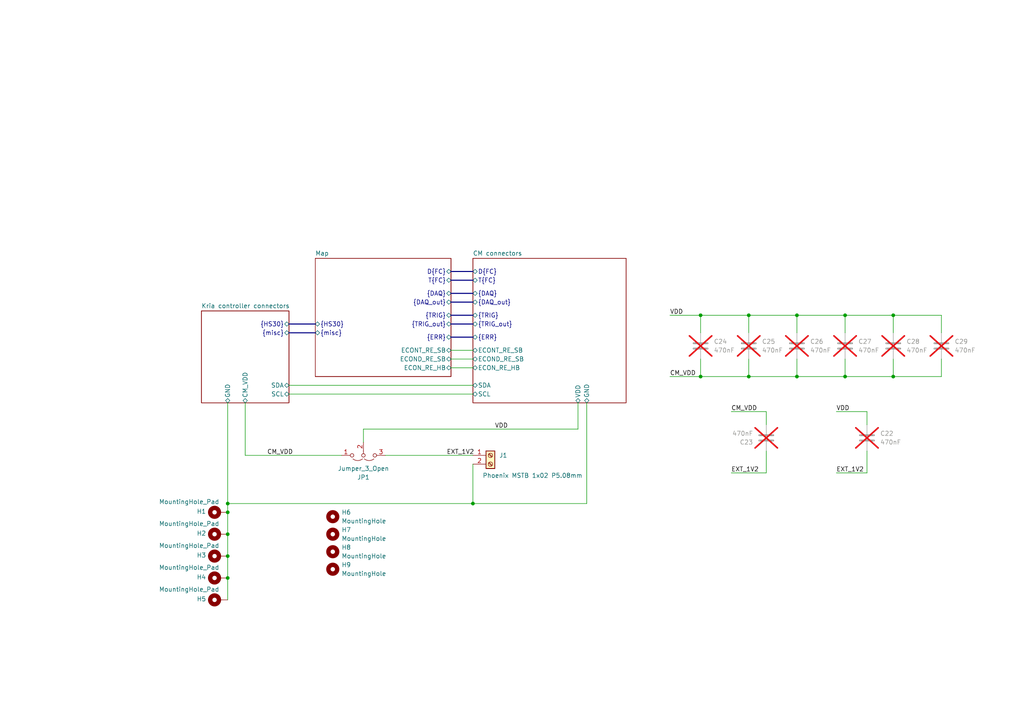
<source format=kicad_sch>
(kicad_sch (version 20250114) (generator "eeschema") (generator_version "9.0")
  (paper "A4")
  (title_block (title "fCM tester V2") (rev "v0.6") (company "Baylor University") (comment 1 "J. Wilson") (comment 2 "LD full Concentrator Mezzanine tester card"))
  (lib_symbols
    (symbol "Connector:Screw_Terminal_01x02" (pin_names (offset 1.016) (hide yes))
      (property "Reference" "J" (at 0 2.54 0))
      (property "Value" "Screw_Terminal_01x02" (at 0 -5.08 0))
      (symbol "Screw_Terminal_01x02_1_1"
        (rectangle (start -1.27 1.27) (end 1.27 -3.81) (stroke (width 0.254)) (fill (type background)))
        (polyline (pts (xy -0.5334 0.3302) (xy 0.3302 -0.508)) (stroke (width 0.1524)))
        (polyline (pts (xy -0.5334 -2.2098) (xy 0.3302 -3.048)) (stroke (width 0.1524)))
        (polyline (pts (xy -0.3556 0.508) (xy 0.508 -0.3302)) (stroke (width 0.1524)))
        (polyline (pts (xy -0.3556 -2.032) (xy 0.508 -2.8702)) (stroke (width 0.1524)))
        (circle (center 0 0) (radius 0.635) (stroke (width 0.1524)))
        (circle (center 0 -2.54) (radius 0.635) (stroke (width 0.1524)))
        (pin passive line (at -5.08 0 0) (length 3.81) (name "Pin_1") (number "1"))
        (pin passive line (at -5.08 -2.54 0) (length 3.81) (name "Pin_2") (number "2"))
      )
    )
    (symbol "Device:C" (pin_numbers (hide yes)) (pin_names (offset 0.254))
      (property "Reference" "C" (at 0.635 2.54 0))
      (property "Value" "C" (at 0.635 -2.54 0))
      (symbol "C_0_1"
        (polyline (pts (xy -2.032 0.762) (xy 2.032 0.762)) (stroke (width 0.508)))
        (polyline (pts (xy -2.032 -0.762) (xy 2.032 -0.762)) (stroke (width 0.508)))
      )
      (symbol "C_1_1"
        (pin passive line (at 0 3.81 270) (length 2.794) (name "~") (number "1"))
        (pin passive line (at 0 -3.81 90) (length 2.794) (name "~") (number "2"))
      )
    )
    (symbol "Jumper:Jumper_3_Open" (pin_names (offset 0) (hide yes)) (in_bom no)
      (property "Reference" "JP" (at -2.54 -2.54 0))
      (property "Value" "Jumper_3_Open" (at 0 2.794 0))
      (symbol "Jumper_3_Open_0_0"
        (circle (center -3.302 0) (radius 0.508))
        (circle (center 0 0) (radius 0.508))
        (circle (center 3.302 0) (radius 0.508))
      )
      (symbol "Jumper_3_Open_0_1"
        (arc (start -3.048 1.016) (mid -1.651 1.4992) (end -0.254 1.016))
        (polyline (pts (xy 0 -0.508) (xy 0 -1.27)))
        (arc (start 0.254 1.016) (mid 1.651 1.4992) (end 3.048 1.016))
      )
      (symbol "Jumper_3_Open_1_1"
        (pin passive line (at -6.35 0 0) (length 2.54) (name "A") (number "1"))
        (pin passive line (at 0 -3.81 90) (length 2.54) (name "C") (number "2"))
        (pin passive line (at 6.35 0 180) (length 2.54) (name "B") (number "3"))
      )
    )
    (symbol "Mechanical:MountingHole" (pin_names (offset 1.016)) (in_bom no)
      (property "Reference" "H" (at 0 5.08 0))
      (property "Value" "MountingHole" (at 0 3.175 0))
      (symbol "MountingHole_0_1"
        (circle (center 0 0) (radius 1.27) (stroke (width 1.27)))
      )
    )
    (symbol "Mechanical:MountingHole_Pad" (pin_numbers (hide yes)) (pin_names (offset 1.016) (hide yes)) (in_bom no)
      (property "Reference" "H" (at 0 6.35 0))
      (property "Value" "MountingHole_Pad" (at 0 4.445 0))
      (symbol "MountingHole_Pad_0_1"
        (circle (center 0 1.27) (radius 1.27) (stroke (width 1.27)))
      )
      (symbol "MountingHole_Pad_1_1"
        (pin input line (at 0 -2.54 90) (length 2.54) (name "1") (number "1"))
      )
    )
  )
  (junction (at 259.08 91.44))
  (junction (at 203.2 109.22))
  (junction (at 231.14 109.22))
  (junction (at 245.11 91.44))
  (junction (at 66.04 167.64))
  (junction (at 66.04 146.05))
  (junction (at 137.16 146.05))
  (junction (at 259.08 109.22))
  (junction (at 245.11 109.22))
  (junction (at 66.04 148.59))
  (junction (at 217.17 91.44))
  (junction (at 203.2 91.44))
  (junction (at 66.04 161.29))
  (junction (at 217.17 109.22))
  (junction (at 66.04 154.94))
  (junction (at 231.14 91.44))
  (wire (pts (xy 66.04 146.05) (xy 66.04 148.59)))
  (bus (pts (xy 83.82 96.52) (xy 91.44 96.52)))
  (wire (pts (xy 231.14 104.14) (xy 231.14 109.22)))
  (wire (pts (xy 245.11 109.22) (xy 259.08 109.22)))
  (wire (pts (xy 242.57 137.16) (xy 251.46 137.16)))
  (wire (pts (xy 130.81 104.14) (xy 137.16 104.14)))
  (wire (pts (xy 137.16 134.62) (xy 137.16 146.05)))
  (bus (pts (xy 130.81 85.09) (xy 137.16 85.09)))
  (wire (pts (xy 259.08 91.44) (xy 273.05 91.44)))
  (wire (pts (xy 194.31 109.22) (xy 203.2 109.22)))
  (bus (pts (xy 130.81 78.74) (xy 137.16 78.74)))
  (wire (pts (xy 203.2 96.52) (xy 203.2 91.44)))
  (wire (pts (xy 83.82 111.76) (xy 137.16 111.76)))
  (wire (pts (xy 259.08 104.14) (xy 259.08 109.22)))
  (wire (pts (xy 66.04 154.94) (xy 66.04 161.29)))
  (wire (pts (xy 217.17 91.44) (xy 231.14 91.44)))
  (wire (pts (xy 66.04 116.84) (xy 66.04 146.05)))
  (wire (pts (xy 273.05 104.14) (xy 273.05 109.22)))
  (wire (pts (xy 217.17 96.52) (xy 217.17 91.44)))
  (wire (pts (xy 71.12 116.84) (xy 71.12 132.08)))
  (wire (pts (xy 231.14 91.44) (xy 245.11 91.44)))
  (wire (pts (xy 259.08 96.52) (xy 259.08 91.44)))
  (bus (pts (xy 130.81 81.28) (xy 137.16 81.28)))
  (wire (pts (xy 83.82 114.3) (xy 137.16 114.3)))
  (bus (pts (xy 83.82 93.98) (xy 91.44 93.98)))
  (wire (pts (xy 167.64 124.46) (xy 167.64 116.84)))
  (wire (pts (xy 66.04 148.59) (xy 66.04 154.94)))
  (bus (pts (xy 130.81 93.98) (xy 137.16 93.98)))
  (wire (pts (xy 66.04 146.05) (xy 137.16 146.05)))
  (wire (pts (xy 251.46 130.81) (xy 251.46 137.16)))
  (wire (pts (xy 231.14 109.22) (xy 245.11 109.22)))
  (wire (pts (xy 111.76 132.08) (xy 137.16 132.08)))
  (wire (pts (xy 212.09 119.38) (xy 222.25 119.38)))
  (wire (pts (xy 245.11 104.14) (xy 245.11 109.22)))
  (bus (pts (xy 130.81 91.44) (xy 137.16 91.44)))
  (bus (pts (xy 130.81 87.63) (xy 137.16 87.63)))
  (wire (pts (xy 203.2 104.14) (xy 203.2 109.22)))
  (wire (pts (xy 217.17 109.22) (xy 231.14 109.22)))
  (wire (pts (xy 105.41 124.46) (xy 167.64 124.46)))
  (wire (pts (xy 203.2 91.44) (xy 217.17 91.44)))
  (wire (pts (xy 66.04 167.64) (xy 66.04 173.99)))
  (wire (pts (xy 222.25 123.19) (xy 222.25 119.38)))
  (wire (pts (xy 194.31 91.44) (xy 203.2 91.44)))
  (wire (pts (xy 231.14 96.52) (xy 231.14 91.44)))
  (bus (pts (xy 130.81 97.79) (xy 137.16 97.79)))
  (wire (pts (xy 105.41 124.46) (xy 105.41 128.27)))
  (wire (pts (xy 170.18 116.84) (xy 170.18 146.05)))
  (wire (pts (xy 242.57 119.38) (xy 251.46 119.38)))
  (wire (pts (xy 203.2 109.22) (xy 217.17 109.22)))
  (wire (pts (xy 66.04 161.29) (xy 66.04 167.64)))
  (wire (pts (xy 137.16 146.05) (xy 170.18 146.05)))
  (wire (pts (xy 245.11 96.52) (xy 245.11 91.44)))
  (wire (pts (xy 251.46 123.19) (xy 251.46 119.38)))
  (wire (pts (xy 130.81 106.68) (xy 137.16 106.68)))
  (wire (pts (xy 212.09 137.16) (xy 222.25 137.16)))
  (wire (pts (xy 222.25 130.81) (xy 222.25 137.16)))
  (wire (pts (xy 259.08 109.22) (xy 273.05 109.22)))
  (wire (pts (xy 273.05 96.52) (xy 273.05 91.44)))
  (wire (pts (xy 217.17 104.14) (xy 217.17 109.22)))
  (wire (pts (xy 245.11 91.44) (xy 259.08 91.44)))
  (wire (pts (xy 130.81 101.6) (xy 137.16 101.6)))
  (wire (pts (xy 71.12 132.08) (xy 99.06 132.08)))
  (label "VDD" (at 242.57 119.38 0))
  (label "EXT_1V2" (at 129.54 132.08 0))
  (label "EXT_1V2" (at 212.09 137.16 0))
  (label "EXT_1V2" (at 242.57 137.16 0))
  (label "VDD" (at 194.31 91.44 0))
  (label "CM_VDD" (at 212.09 119.38 0))
  (label "CM_VDD" (at 194.31 109.22 0))
  (label "VDD" (at 143.51 124.46 0))
  (label "CM_VDD" (at 77.47 132.08 0))
  (symbol (lib_id "Mechanical:MountingHole_Pad") (at 63.5 167.64 90) (unit 1) (in_bom no)
    (property "Reference" "H4" (at 58.42 167.386 90))
    (property "Value" "MountingHole_Pad" (at 54.864 164.592 90))
    (property "Footprint" "MountingHole:MountingHole_2.2mm_M2_Pad_Via" (effects (hide yes)))
    (property "Description" "Mounting Hole with connection" (effects (hide yes)))
  )
  (symbol (lib_id "Mechanical:MountingHole_Pad") (at 63.5 161.29 90) (unit 1) (in_bom no)
    (property "Reference" "H3" (at 58.42 161.036 90))
    (property "Value" "MountingHole_Pad" (at 54.864 158.242 90))
    (property "Footprint" "MountingHole:MountingHole_2.2mm_M2_Pad_Via" (effects (hide yes)))
    (property "Description" "Mounting Hole with connection" (effects (hide yes)))
  )
  (symbol (lib_id "Mechanical:MountingHole_Pad") (at 63.5 148.59 90) (unit 1) (in_bom no)
    (property "Reference" "H1" (at 58.42 148.336 90))
    (property "Value" "MountingHole_Pad" (at 54.864 145.542 90))
    (property "Footprint" "MountingHole:MountingHole_2.2mm_M2_Pad_Via" (effects (hide yes)))
    (property "Description" "Mounting Hole with connection" (effects (hide yes)))
  )
  (symbol (lib_id "Jumper:Jumper_3_Open") (at 105.41 132.08 0) (mirror x) (unit 1)
    (property "Reference" "JP1" (at 105.41 138.43 0))
    (property "Value" "Jumper_3_Open" (at 105.41 135.89 0))
    (property "Footprint" "Library:PinHeader_1x03_P2.54mm_Vertical" (effects (hide yes)))
    (property "Description" "PIN HEADER 2.54MM PITCH STR,1X3P" (effects (hide yes)))
    (property "Manufacturer" "Amphenol ICC (Commercial Products)" (effects (hide yes)))
    (property "Part Number" "G800W305018EU" (effects (hide yes)))
    (property "MPN" "G800W305018EU" (effects (hide yes)))
  )
  (symbol (lib_id "Device:C") (at 222.25 127 180) (unit 1) (in_bom no) (dnp yes)
    (property "Reference" "C23" (at 218.44 128.2701 0) (effects (justify left)))
    (property "Value" "470nF" (at 218.44 125.7301 0) (effects (justify left)))
    (property "Footprint" "Capacitor_SMD:C_0402_1005Metric" (effects (hide yes)))
    (property "Description" "Unpolarized capacitor" (effects (hide yes)))
  )
  (symbol (lib_id "Connector:Screw_Terminal_01x02") (at 142.24 132.08 0) (unit 1)
    (property "Reference" "J1" (at 144.78 132.0799 0) (effects (justify left)))
    (property "Value" "Phoenix MSTB 1x02 P5.08mm" (at 139.954 137.922 0) (effects (justify left)))
    (property "Footprint" "Library:PhoenixContact_MSTB_2,5_2-GF-5,08_1x02_P5.08mm_Horizontal_ThreadedFlange" (effects (hide yes)))
    (property "Description" "TERM BLOCK HDR 2POS 5.08MM" (effects (hide yes)))
    (property "MANUFACTURER" "Phoenix Contact" (effects (hide yes)))
    (property "PARTREV" "1924088" (effects (hide yes)))
    (property "Manufacturer" "Phoenix Contact" (effects (hide yes)))
    (property "Part Number" "1924088" (effects (hide yes)))
    (property "MPN" "1924088" (effects (hide yes)))
  )
  (symbol (lib_id "Device:C") (at 203.2 100.33 0) (unit 1) (in_bom no) (dnp yes)
    (property "Reference" "C24" (at 207.01 99.0599 0) (effects (justify left)))
    (property "Value" "470nF" (at 207.01 101.5999 0) (effects (justify left)))
    (property "Footprint" "Capacitor_SMD:C_0402_1005Metric" (effects (hide yes)))
    (property "Description" "Unpolarized capacitor" (effects (hide yes)))
  )
  (symbol (lib_id "Device:C") (at 273.05 100.33 0) (unit 1) (in_bom no) (dnp yes)
    (property "Reference" "C29" (at 276.86 99.0599 0) (effects (justify left)))
    (property "Value" "470nF" (at 276.86 101.5999 0) (effects (justify left)))
    (property "Footprint" "Capacitor_SMD:C_0402_1005Metric" (effects (hide yes)))
    (property "Description" "Unpolarized capacitor" (effects (hide yes)))
  )
  (symbol (lib_id "Device:C") (at 259.08 100.33 0) (unit 1) (in_bom no) (dnp yes)
    (property "Reference" "C28" (at 262.89 99.0599 0) (effects (justify left)))
    (property "Value" "470nF" (at 262.89 101.5999 0) (effects (justify left)))
    (property "Footprint" "Capacitor_SMD:C_0402_1005Metric" (effects (hide yes)))
    (property "Description" "Unpolarized capacitor" (effects (hide yes)))
  )
  (symbol (lib_id "Mechanical:MountingHole") (at 96.52 165.1 0) (unit 1) (in_bom no)
    (property "Reference" "H9" (at 99.06 163.8299 0) (effects (justify left)))
    (property "Value" "MountingHole" (at 99.06 166.3699 0) (effects (justify left)))
    (property "Footprint" "MountingHole:MountingHole_3.2mm_M3" (effects (hide yes)))
    (property "Description" "Mounting Hole without connection" (effects (hide yes)))
  )
  (symbol (lib_id "Device:C") (at 245.11 100.33 0) (unit 1) (in_bom no) (dnp yes)
    (property "Reference" "C27" (at 248.92 99.0599 0) (effects (justify left)))
    (property "Value" "470nF" (at 248.92 101.5999 0) (effects (justify left)))
    (property "Footprint" "Capacitor_SMD:C_0402_1005Metric" (effects (hide yes)))
    (property "Description" "Unpolarized capacitor" (effects (hide yes)))
  )
  (symbol (lib_id "Mechanical:MountingHole") (at 96.52 149.86 0) (unit 1) (in_bom no)
    (property "Reference" "H6" (at 99.06 148.5899 0) (effects (justify left)))
    (property "Value" "MountingHole" (at 99.06 151.1299 0) (effects (justify left)))
    (property "Footprint" "MountingHole:MountingHole_3.2mm_M3" (effects (hide yes)))
    (property "Description" "Mounting Hole without connection" (effects (hide yes)))
  )
  (symbol (lib_id "Mechanical:MountingHole_Pad") (at 63.5 173.99 90) (unit 1) (in_bom no)
    (property "Reference" "H5" (at 58.42 173.736 90))
    (property "Value" "MountingHole_Pad" (at 54.864 170.942 90))
    (property "Footprint" "MountingHole:MountingHole_2.2mm_M2_Pad_Via" (effects (hide yes)))
    (property "Description" "Mounting Hole with connection" (effects (hide yes)))
  )
  (symbol (lib_id "Device:C") (at 251.46 127 0) (unit 1) (in_bom no) (dnp yes)
    (property "Reference" "C22" (at 255.27 125.7299 0) (effects (justify left)))
    (property "Value" "470nF" (at 255.27 128.2699 0) (effects (justify left)))
    (property "Footprint" "Capacitor_SMD:C_0402_1005Metric" (effects (hide yes)))
    (property "Description" "Unpolarized capacitor" (effects (hide yes)))
  )
  (symbol (lib_id "Mechanical:MountingHole") (at 96.52 154.94 0) (unit 1) (in_bom no)
    (property "Reference" "H7" (at 99.06 153.6699 0) (effects (justify left)))
    (property "Value" "MountingHole" (at 99.06 156.2099 0) (effects (justify left)))
    (property "Footprint" "MountingHole:MountingHole_3.2mm_M3" (effects (hide yes)))
    (property "Description" "Mounting Hole without connection" (effects (hide yes)))
  )
  (symbol (lib_id "Device:C") (at 231.14 100.33 0) (unit 1) (in_bom no) (dnp yes)
    (property "Reference" "C26" (at 234.95 99.0599 0) (effects (justify left)))
    (property "Value" "470nF" (at 234.95 101.5999 0) (effects (justify left)))
    (property "Footprint" "Capacitor_SMD:C_0402_1005Metric" (effects (hide yes)))
    (property "Description" "Unpolarized capacitor" (effects (hide yes)))
  )
  (symbol (lib_id "Mechanical:MountingHole_Pad") (at 63.5 154.94 90) (unit 1) (in_bom no)
    (property "Reference" "H2" (at 58.42 154.686 90))
    (property "Value" "MountingHole_Pad" (at 54.864 151.892 90))
    (property "Footprint" "MountingHole:MountingHole_2.2mm_M2_Pad_Via" (effects (hide yes)))
    (property "Description" "Mounting Hole with connection" (effects (hide yes)))
  )
  (symbol (lib_id "Mechanical:MountingHole") (at 96.52 160.02 0) (unit 1) (in_bom no)
    (property "Reference" "H8" (at 99.06 158.7499 0) (effects (justify left)))
    (property "Value" "MountingHole" (at 99.06 161.2899 0) (effects (justify left)))
    (property "Footprint" "MountingHole:MountingHole_3.2mm_M3" (effects (hide yes)))
    (property "Description" "Mounting Hole without connection" (effects (hide yes)))
  )
  (symbol (lib_id "Device:C") (at 217.17 100.33 0) (unit 1) (in_bom no) (dnp yes)
    (property "Reference" "C25" (at 220.98 99.0599 0) (effects (justify left)))
    (property "Value" "470nF" (at 220.98 101.5999 0) (effects (justify left)))
    (property "Footprint" "Capacitor_SMD:C_0402_1005Metric" (effects (hide yes)))
    (property "Description" "Unpolarized capacitor" (effects (hide yes)))
  )
  (sheet (at 91.44 74.93) (size 39.37 34.29) (stroke (width 0.1524))
    (property "Sheetname" "Map" (at 91.44 74.2184 0) (effects (justify left bottom)))
    (property "Sheetfile" "Map.kicad_sch" (effects (hide yes)))
    (pin "D{FC}" bidirectional (at 130.81 78.74 0))
    (pin "T{FC}" bidirectional (at 130.81 81.28 0))
    (pin "{DAQ_out}" bidirectional (at 130.81 87.63 0))
    (pin "{DAQ}" bidirectional (at 130.81 85.09 0))
    (pin "{ERR}" bidirectional (at 130.81 97.79 0))
    (pin "{HS30}" bidirectional (at 91.44 93.98 180))
    (pin "{misc}" bidirectional (at 91.44 96.52 180))
    (pin "{TRIG_out}" bidirectional (at 130.81 93.98 0))
    (pin "{TRIG}" bidirectional (at 130.81 91.44 0))
    (pin "ECOND_RE_SB" bidirectional (at 130.81 104.14 0))
    (pin "ECONT_RE_SB" bidirectional (at 130.81 101.6 0))
    (pin "ECON_RE_HB" bidirectional (at 130.81 106.68 0))
  )
  (sheet (at 58.42 90.17) (size 25.4 26.67) (stroke (width 0.1524))
    (property "Sheetname" "Kria controller connectors" (at 58.42 89.4584 0) (effects (justify left bottom)))
    (property "Sheetfile" "Hexaboard_connectors.kicad_sch" (effects (hide yes)))
    (pin "CM_VDD" bidirectional (at 71.12 116.84 270))
    (pin "GND" bidirectional (at 66.04 116.84 270))
    (pin "{HS30}" bidirectional (at 83.82 93.98 0))
    (pin "{misc}" bidirectional (at 83.82 96.52 0))
    (pin "SCL" bidirectional (at 83.82 114.3 0))
    (pin "SDA" bidirectional (at 83.82 111.76 0))
  )
  (sheet (at 137.16 74.93) (size 44.45 41.91) (stroke (width 0.1524))
    (property "Sheetname" "CM connectors" (at 137.16 74.2184 0) (effects (justify left bottom)))
    (property "Sheetfile" "CM_connectors.kicad_sch" (effects (hide yes)))
    (pin "D{FC}" bidirectional (at 137.16 78.74 180))
    (pin "ECOND_RE_SB" bidirectional (at 137.16 104.14 180))
    (pin "ECONT_RE_SB" bidirectional (at 137.16 101.6 180))
    (pin "ECON_RE_HB" bidirectional (at 137.16 106.68 180))
    (pin "GND" bidirectional (at 170.18 116.84 270))
    (pin "SCL" bidirectional (at 137.16 114.3 180))
    (pin "SDA" bidirectional (at 137.16 111.76 180))
    (pin "T{FC}" bidirectional (at 137.16 81.28 180))
    (pin "VDD" bidirectional (at 167.64 116.84 270))
    (pin "{DAQ_out}" bidirectional (at 137.16 87.63 180))
    (pin "{DAQ}" bidirectional (at 137.16 85.09 180))
    (pin "{ERR}" bidirectional (at 137.16 97.79 180))
    (pin "{TRIG_out}" bidirectional (at 137.16 93.98 180))
    (pin "{TRIG}" bidirectional (at 137.16 91.44 180))
  )
)
</source>
